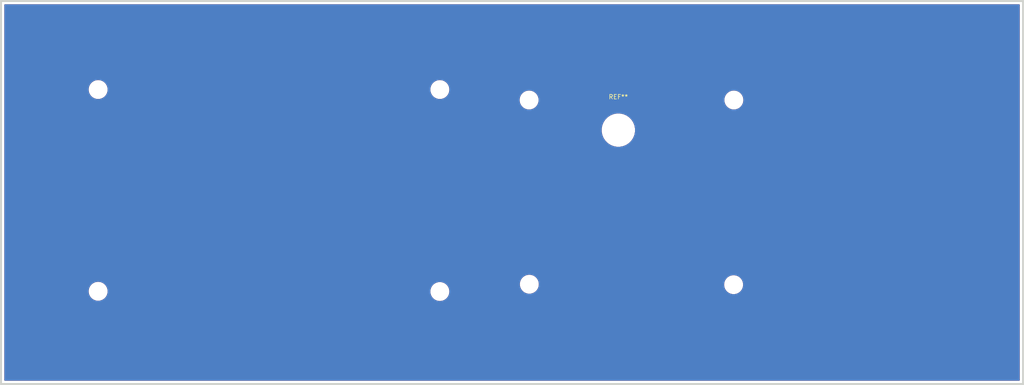
<source format=kicad_pcb>
(kicad_pcb (version 20171130) (host pcbnew 5.1.5-52549c5~86~ubuntu18.04.1)
  (layers (0 F.Cu signal) (31 B.Cu signal) (34 B.Paste user) (35 F.Paste user) (36 B.SilkS user) (37 F.SilkS user) (38 B.Mask user) (39 F.Mask user) (44 Edge.Cuts user))
  (net 0 "")
  (module MountingHole:MountingHole_6.4mm_M6 (layer F.Cu) (at 166.4716 74.422)
    (fp_text reference REF** (at 0 -7.4) (layer F.SilkS))
    (fp_text value MountingHole_6.4mm_M6)
    (pad 1 np_thru_hole circle (at 0 0) (size 6.4 6.4) (drill 6.4) (layers *.Cu *.Mask))
  )
  (module MountingHole:MountingHole_3.2mm_M3 (layer F.Cu) (at 192.1256 108.8644)
    (fp_text reference REF** hide)
    (fp_text value MountingHole_3.2mm_M3)
    (pad "" np_thru_hole circle (at 0 0) (size 3.2 3.2) (drill 3.2) (layers *.Cu *.Mask))
  )
  (module MountingHole:MountingHole_3.2mm_M3 (layer F.Cu) (at 146.6596 108.7628)
    (fp_text reference REF** hide)
    (fp_text value MountingHole_3.2mm_M3)
    (pad "" np_thru_hole circle (at 0 0) (size 3.2 3.2) (drill 3.2) (layers *.Cu *.Mask))
  )
  (module MountingHole:MountingHole_3.2mm_M3 (layer F.Cu) (at 192.1764 67.7164)
    (fp_text reference REF** hide)
    (fp_text value MountingHole_3.2mm_M3)
    (pad "" np_thru_hole circle (at 0 0) (size 3.2 3.2) (drill 3.2) (layers *.Cu *.Mask))
  )
  (module MountingHole:MountingHole_3.2mm_M3 (layer F.Cu) (at 146.6088 67.7164)
    (fp_text reference REF** hide)
    (fp_text value MountingHole_3.2mm_M3)
    (pad "" np_thru_hole circle (at 0 0) (size 3.2 3.2) (drill 3.2) (layers *.Cu *.Mask))
  )
  (module MountingHole:MountingHole_3.2mm_M3 (layer F.Cu) (at 126.746 65.3796)
    (fp_text reference REF** hide)
    (fp_text value MountingHole_3.2mm_M3)
    (pad "" np_thru_hole circle (at 0 0) (size 3.2 3.2) (drill 3.2) (layers *.Cu *.Mask))
  )
  (module MountingHole:MountingHole_3.2mm_M3 (layer F.Cu) (at 126.746 110.3884)
    (fp_text reference REF** hide)
    (fp_text value MountingHole_3.2mm_M3)
    (pad "" np_thru_hole circle (at 0 0) (size 3.2 3.2) (drill 3.2) (layers *.Cu *.Mask))
  )
  (module MountingHole:MountingHole_3.2mm_M3 (layer F.Cu) (at 50.6984 110.3376)
    (fp_text reference REF** hide)
    (fp_text value MountingHole_3.2mm_M3)
    (pad "" np_thru_hole circle (at 0 0) (size 3.2 3.2) (drill 3.2) (layers *.Cu *.Mask))
  )
  (module MountingHole:MountingHole_3.2mm_M3 (layer F.Cu) (at 50.6984 65.3796)
    (fp_text reference REF** hide)
    (fp_text value MountingHole_3.2mm_M3)
    (pad "" np_thru_hole circle (at 0 0) (size 3.2 3.2) (drill 3.2) (layers *.Cu *.Mask))
  )
  (gr_line (start 29.083 45.65051) (end 256.532987 45.65051) (layer Edge.Cuts) (width 0.449999))
  (gr_line (start 256.532987 45.65051) (end 256.532987 131.0005) (layer Edge.Cuts) (width 0.449999))
  (gr_line (start 29.083 131.0005) (end 29.083 45.65051) (layer Edge.Cuts) (width 0.449999))
  (gr_line (start 256.532987 131.0005) (end 29.083 131.0005) (layer Edge.Cuts) (width 0.449999))
  (zone (net 0) (net_name "") (layer F.Cu) (connect_pads yes (clearance 0.508)) (min_thickness 0.254) (fill yes (arc_segments 32) (thermal_gap 0.508) (thermal_bridge_width 0.508))
    (polygon (pts (xy 256.3368 45.6184) (xy 256.3368 130.9624) (xy 29.0576 130.6068) (xy 29.464 45.466)))
  )
  (zone (net 0) (net_name "") (layer B.Cu) (connect_pads yes (clearance 0.508)) (min_thickness 0.254) (fill yes (arc_segments 32) (thermal_gap 0.508) (thermal_bridge_width 0.508))
    (polygon (pts (xy 256.6924 130.81) (xy 29.1592 130.81) (xy 29.2608 45.7708) (xy 256.3368 45.6692)))
  )
)
</source>
